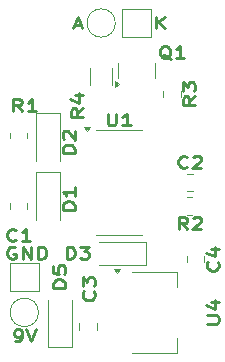
<source format=gbr>
%TF.GenerationSoftware,KiCad,Pcbnew,8.0.0*%
%TF.CreationDate,2024-05-26T00:16:25+03:00*%
%TF.ProjectId,pulsejen,70756c73-656a-4656-9e2e-6b696361645f,rev?*%
%TF.SameCoordinates,Original*%
%TF.FileFunction,Legend,Top*%
%TF.FilePolarity,Positive*%
%FSLAX46Y46*%
G04 Gerber Fmt 4.6, Leading zero omitted, Abs format (unit mm)*
G04 Created by KiCad (PCBNEW 8.0.0) date 2024-05-26 00:16:25*
%MOMM*%
%LPD*%
G01*
G04 APERTURE LIST*
%ADD10C,0.250000*%
%ADD11C,0.120000*%
G04 APERTURE END LIST*
D10*
X136949619Y-88708333D02*
X136473428Y-89124999D01*
X136949619Y-89422618D02*
X135949619Y-89422618D01*
X135949619Y-89422618D02*
X135949619Y-88946428D01*
X135949619Y-88946428D02*
X135997238Y-88827380D01*
X135997238Y-88827380D02*
X136044857Y-88767857D01*
X136044857Y-88767857D02*
X136140095Y-88708333D01*
X136140095Y-88708333D02*
X136282952Y-88708333D01*
X136282952Y-88708333D02*
X136378190Y-88767857D01*
X136378190Y-88767857D02*
X136425809Y-88827380D01*
X136425809Y-88827380D02*
X136473428Y-88946428D01*
X136473428Y-88946428D02*
X136473428Y-89422618D01*
X136282952Y-87636904D02*
X136949619Y-87636904D01*
X135902000Y-87934523D02*
X136616285Y-88232142D01*
X136616285Y-88232142D02*
X136616285Y-87458333D01*
X136202381Y-81663904D02*
X136797619Y-81663904D01*
X136083333Y-81949619D02*
X136500000Y-80949619D01*
X136500000Y-80949619D02*
X136916666Y-81949619D01*
X143172619Y-81949619D02*
X143172619Y-80949619D01*
X143886904Y-81949619D02*
X143351190Y-81378190D01*
X143886904Y-80949619D02*
X143172619Y-81521047D01*
X135449619Y-103922618D02*
X134449619Y-103922618D01*
X134449619Y-103922618D02*
X134449619Y-103624999D01*
X134449619Y-103624999D02*
X134497238Y-103446428D01*
X134497238Y-103446428D02*
X134592476Y-103327380D01*
X134592476Y-103327380D02*
X134687714Y-103267857D01*
X134687714Y-103267857D02*
X134878190Y-103208333D01*
X134878190Y-103208333D02*
X135021047Y-103208333D01*
X135021047Y-103208333D02*
X135211523Y-103267857D01*
X135211523Y-103267857D02*
X135306761Y-103327380D01*
X135306761Y-103327380D02*
X135402000Y-103446428D01*
X135402000Y-103446428D02*
X135449619Y-103624999D01*
X135449619Y-103624999D02*
X135449619Y-103922618D01*
X134449619Y-102077380D02*
X134449619Y-102672618D01*
X134449619Y-102672618D02*
X134925809Y-102732142D01*
X134925809Y-102732142D02*
X134878190Y-102672618D01*
X134878190Y-102672618D02*
X134830571Y-102553571D01*
X134830571Y-102553571D02*
X134830571Y-102255952D01*
X134830571Y-102255952D02*
X134878190Y-102136904D01*
X134878190Y-102136904D02*
X134925809Y-102077380D01*
X134925809Y-102077380D02*
X135021047Y-102017857D01*
X135021047Y-102017857D02*
X135259142Y-102017857D01*
X135259142Y-102017857D02*
X135354380Y-102077380D01*
X135354380Y-102077380D02*
X135402000Y-102136904D01*
X135402000Y-102136904D02*
X135449619Y-102255952D01*
X135449619Y-102255952D02*
X135449619Y-102553571D01*
X135449619Y-102553571D02*
X135402000Y-102672618D01*
X135402000Y-102672618D02*
X135354380Y-102732142D01*
X147449619Y-106952380D02*
X148259142Y-106952380D01*
X148259142Y-106952380D02*
X148354380Y-106892857D01*
X148354380Y-106892857D02*
X148402000Y-106833333D01*
X148402000Y-106833333D02*
X148449619Y-106714285D01*
X148449619Y-106714285D02*
X148449619Y-106476190D01*
X148449619Y-106476190D02*
X148402000Y-106357142D01*
X148402000Y-106357142D02*
X148354380Y-106297619D01*
X148354380Y-106297619D02*
X148259142Y-106238095D01*
X148259142Y-106238095D02*
X147449619Y-106238095D01*
X147782952Y-105107142D02*
X148449619Y-105107142D01*
X147402000Y-105404761D02*
X148116285Y-105702380D01*
X148116285Y-105702380D02*
X148116285Y-104928571D01*
X148354380Y-101708333D02*
X148402000Y-101767857D01*
X148402000Y-101767857D02*
X148449619Y-101946428D01*
X148449619Y-101946428D02*
X148449619Y-102065476D01*
X148449619Y-102065476D02*
X148402000Y-102244047D01*
X148402000Y-102244047D02*
X148306761Y-102363095D01*
X148306761Y-102363095D02*
X148211523Y-102422618D01*
X148211523Y-102422618D02*
X148021047Y-102482142D01*
X148021047Y-102482142D02*
X147878190Y-102482142D01*
X147878190Y-102482142D02*
X147687714Y-102422618D01*
X147687714Y-102422618D02*
X147592476Y-102363095D01*
X147592476Y-102363095D02*
X147497238Y-102244047D01*
X147497238Y-102244047D02*
X147449619Y-102065476D01*
X147449619Y-102065476D02*
X147449619Y-101946428D01*
X147449619Y-101946428D02*
X147497238Y-101767857D01*
X147497238Y-101767857D02*
X147544857Y-101708333D01*
X147782952Y-100636904D02*
X148449619Y-100636904D01*
X147402000Y-100934523D02*
X148116285Y-101232142D01*
X148116285Y-101232142D02*
X148116285Y-100458333D01*
X135577381Y-101449619D02*
X135577381Y-100449619D01*
X135577381Y-100449619D02*
X135875000Y-100449619D01*
X135875000Y-100449619D02*
X136053571Y-100497238D01*
X136053571Y-100497238D02*
X136172619Y-100592476D01*
X136172619Y-100592476D02*
X136232142Y-100687714D01*
X136232142Y-100687714D02*
X136291666Y-100878190D01*
X136291666Y-100878190D02*
X136291666Y-101021047D01*
X136291666Y-101021047D02*
X136232142Y-101211523D01*
X136232142Y-101211523D02*
X136172619Y-101306761D01*
X136172619Y-101306761D02*
X136053571Y-101402000D01*
X136053571Y-101402000D02*
X135875000Y-101449619D01*
X135875000Y-101449619D02*
X135577381Y-101449619D01*
X136708333Y-100449619D02*
X137482142Y-100449619D01*
X137482142Y-100449619D02*
X137065476Y-100830571D01*
X137065476Y-100830571D02*
X137244047Y-100830571D01*
X137244047Y-100830571D02*
X137363095Y-100878190D01*
X137363095Y-100878190D02*
X137422619Y-100925809D01*
X137422619Y-100925809D02*
X137482142Y-101021047D01*
X137482142Y-101021047D02*
X137482142Y-101259142D01*
X137482142Y-101259142D02*
X137422619Y-101354380D01*
X137422619Y-101354380D02*
X137363095Y-101402000D01*
X137363095Y-101402000D02*
X137244047Y-101449619D01*
X137244047Y-101449619D02*
X136886904Y-101449619D01*
X136886904Y-101449619D02*
X136767857Y-101402000D01*
X136767857Y-101402000D02*
X136708333Y-101354380D01*
X136249619Y-92522618D02*
X135249619Y-92522618D01*
X135249619Y-92522618D02*
X135249619Y-92224999D01*
X135249619Y-92224999D02*
X135297238Y-92046428D01*
X135297238Y-92046428D02*
X135392476Y-91927380D01*
X135392476Y-91927380D02*
X135487714Y-91867857D01*
X135487714Y-91867857D02*
X135678190Y-91808333D01*
X135678190Y-91808333D02*
X135821047Y-91808333D01*
X135821047Y-91808333D02*
X136011523Y-91867857D01*
X136011523Y-91867857D02*
X136106761Y-91927380D01*
X136106761Y-91927380D02*
X136202000Y-92046428D01*
X136202000Y-92046428D02*
X136249619Y-92224999D01*
X136249619Y-92224999D02*
X136249619Y-92522618D01*
X135344857Y-91332142D02*
X135297238Y-91272618D01*
X135297238Y-91272618D02*
X135249619Y-91153571D01*
X135249619Y-91153571D02*
X135249619Y-90855952D01*
X135249619Y-90855952D02*
X135297238Y-90736904D01*
X135297238Y-90736904D02*
X135344857Y-90677380D01*
X135344857Y-90677380D02*
X135440095Y-90617857D01*
X135440095Y-90617857D02*
X135535333Y-90617857D01*
X135535333Y-90617857D02*
X135678190Y-90677380D01*
X135678190Y-90677380D02*
X136249619Y-91391666D01*
X136249619Y-91391666D02*
X136249619Y-90617857D01*
X136249619Y-97322618D02*
X135249619Y-97322618D01*
X135249619Y-97322618D02*
X135249619Y-97024999D01*
X135249619Y-97024999D02*
X135297238Y-96846428D01*
X135297238Y-96846428D02*
X135392476Y-96727380D01*
X135392476Y-96727380D02*
X135487714Y-96667857D01*
X135487714Y-96667857D02*
X135678190Y-96608333D01*
X135678190Y-96608333D02*
X135821047Y-96608333D01*
X135821047Y-96608333D02*
X136011523Y-96667857D01*
X136011523Y-96667857D02*
X136106761Y-96727380D01*
X136106761Y-96727380D02*
X136202000Y-96846428D01*
X136202000Y-96846428D02*
X136249619Y-97024999D01*
X136249619Y-97024999D02*
X136249619Y-97322618D01*
X136249619Y-95417857D02*
X136249619Y-96132142D01*
X136249619Y-95774999D02*
X135249619Y-95774999D01*
X135249619Y-95774999D02*
X135392476Y-95894047D01*
X135392476Y-95894047D02*
X135487714Y-96013095D01*
X135487714Y-96013095D02*
X135535333Y-96132142D01*
X131226190Y-108449619D02*
X131464286Y-108449619D01*
X131464286Y-108449619D02*
X131583333Y-108402000D01*
X131583333Y-108402000D02*
X131642857Y-108354380D01*
X131642857Y-108354380D02*
X131761905Y-108211523D01*
X131761905Y-108211523D02*
X131821428Y-108021047D01*
X131821428Y-108021047D02*
X131821428Y-107640095D01*
X131821428Y-107640095D02*
X131761905Y-107544857D01*
X131761905Y-107544857D02*
X131702381Y-107497238D01*
X131702381Y-107497238D02*
X131583333Y-107449619D01*
X131583333Y-107449619D02*
X131345238Y-107449619D01*
X131345238Y-107449619D02*
X131226190Y-107497238D01*
X131226190Y-107497238D02*
X131166667Y-107544857D01*
X131166667Y-107544857D02*
X131107143Y-107640095D01*
X131107143Y-107640095D02*
X131107143Y-107878190D01*
X131107143Y-107878190D02*
X131166667Y-107973428D01*
X131166667Y-107973428D02*
X131226190Y-108021047D01*
X131226190Y-108021047D02*
X131345238Y-108068666D01*
X131345238Y-108068666D02*
X131583333Y-108068666D01*
X131583333Y-108068666D02*
X131702381Y-108021047D01*
X131702381Y-108021047D02*
X131761905Y-107973428D01*
X131761905Y-107973428D02*
X131821428Y-107878190D01*
X132178571Y-107449619D02*
X132595238Y-108449619D01*
X132595238Y-108449619D02*
X133011904Y-107449619D01*
X131247618Y-100497238D02*
X131128571Y-100449619D01*
X131128571Y-100449619D02*
X130949999Y-100449619D01*
X130949999Y-100449619D02*
X130771428Y-100497238D01*
X130771428Y-100497238D02*
X130652380Y-100592476D01*
X130652380Y-100592476D02*
X130592857Y-100687714D01*
X130592857Y-100687714D02*
X130533333Y-100878190D01*
X130533333Y-100878190D02*
X130533333Y-101021047D01*
X130533333Y-101021047D02*
X130592857Y-101211523D01*
X130592857Y-101211523D02*
X130652380Y-101306761D01*
X130652380Y-101306761D02*
X130771428Y-101402000D01*
X130771428Y-101402000D02*
X130949999Y-101449619D01*
X130949999Y-101449619D02*
X131069047Y-101449619D01*
X131069047Y-101449619D02*
X131247618Y-101402000D01*
X131247618Y-101402000D02*
X131307142Y-101354380D01*
X131307142Y-101354380D02*
X131307142Y-101021047D01*
X131307142Y-101021047D02*
X131069047Y-101021047D01*
X131842857Y-101449619D02*
X131842857Y-100449619D01*
X131842857Y-100449619D02*
X132557142Y-101449619D01*
X132557142Y-101449619D02*
X132557142Y-100449619D01*
X133152381Y-101449619D02*
X133152381Y-100449619D01*
X133152381Y-100449619D02*
X133450000Y-100449619D01*
X133450000Y-100449619D02*
X133628571Y-100497238D01*
X133628571Y-100497238D02*
X133747619Y-100592476D01*
X133747619Y-100592476D02*
X133807142Y-100687714D01*
X133807142Y-100687714D02*
X133866666Y-100878190D01*
X133866666Y-100878190D02*
X133866666Y-101021047D01*
X133866666Y-101021047D02*
X133807142Y-101211523D01*
X133807142Y-101211523D02*
X133747619Y-101306761D01*
X133747619Y-101306761D02*
X133628571Y-101402000D01*
X133628571Y-101402000D02*
X133450000Y-101449619D01*
X133450000Y-101449619D02*
X133152381Y-101449619D01*
X146449619Y-87708333D02*
X145973428Y-88124999D01*
X146449619Y-88422618D02*
X145449619Y-88422618D01*
X145449619Y-88422618D02*
X145449619Y-87946428D01*
X145449619Y-87946428D02*
X145497238Y-87827380D01*
X145497238Y-87827380D02*
X145544857Y-87767857D01*
X145544857Y-87767857D02*
X145640095Y-87708333D01*
X145640095Y-87708333D02*
X145782952Y-87708333D01*
X145782952Y-87708333D02*
X145878190Y-87767857D01*
X145878190Y-87767857D02*
X145925809Y-87827380D01*
X145925809Y-87827380D02*
X145973428Y-87946428D01*
X145973428Y-87946428D02*
X145973428Y-88422618D01*
X145449619Y-87291666D02*
X145449619Y-86517857D01*
X145449619Y-86517857D02*
X145830571Y-86934523D01*
X145830571Y-86934523D02*
X145830571Y-86755952D01*
X145830571Y-86755952D02*
X145878190Y-86636904D01*
X145878190Y-86636904D02*
X145925809Y-86577380D01*
X145925809Y-86577380D02*
X146021047Y-86517857D01*
X146021047Y-86517857D02*
X146259142Y-86517857D01*
X146259142Y-86517857D02*
X146354380Y-86577380D01*
X146354380Y-86577380D02*
X146402000Y-86636904D01*
X146402000Y-86636904D02*
X146449619Y-86755952D01*
X146449619Y-86755952D02*
X146449619Y-87113095D01*
X146449619Y-87113095D02*
X146402000Y-87232142D01*
X146402000Y-87232142D02*
X146354380Y-87291666D01*
X145791666Y-98949619D02*
X145375000Y-98473428D01*
X145077381Y-98949619D02*
X145077381Y-97949619D01*
X145077381Y-97949619D02*
X145553571Y-97949619D01*
X145553571Y-97949619D02*
X145672619Y-97997238D01*
X145672619Y-97997238D02*
X145732142Y-98044857D01*
X145732142Y-98044857D02*
X145791666Y-98140095D01*
X145791666Y-98140095D02*
X145791666Y-98282952D01*
X145791666Y-98282952D02*
X145732142Y-98378190D01*
X145732142Y-98378190D02*
X145672619Y-98425809D01*
X145672619Y-98425809D02*
X145553571Y-98473428D01*
X145553571Y-98473428D02*
X145077381Y-98473428D01*
X146267857Y-98044857D02*
X146327381Y-97997238D01*
X146327381Y-97997238D02*
X146446428Y-97949619D01*
X146446428Y-97949619D02*
X146744047Y-97949619D01*
X146744047Y-97949619D02*
X146863095Y-97997238D01*
X146863095Y-97997238D02*
X146922619Y-98044857D01*
X146922619Y-98044857D02*
X146982142Y-98140095D01*
X146982142Y-98140095D02*
X146982142Y-98235333D01*
X146982142Y-98235333D02*
X146922619Y-98378190D01*
X146922619Y-98378190D02*
X146208333Y-98949619D01*
X146208333Y-98949619D02*
X146982142Y-98949619D01*
X131791666Y-88949619D02*
X131375000Y-88473428D01*
X131077381Y-88949619D02*
X131077381Y-87949619D01*
X131077381Y-87949619D02*
X131553571Y-87949619D01*
X131553571Y-87949619D02*
X131672619Y-87997238D01*
X131672619Y-87997238D02*
X131732142Y-88044857D01*
X131732142Y-88044857D02*
X131791666Y-88140095D01*
X131791666Y-88140095D02*
X131791666Y-88282952D01*
X131791666Y-88282952D02*
X131732142Y-88378190D01*
X131732142Y-88378190D02*
X131672619Y-88425809D01*
X131672619Y-88425809D02*
X131553571Y-88473428D01*
X131553571Y-88473428D02*
X131077381Y-88473428D01*
X132982142Y-88949619D02*
X132267857Y-88949619D01*
X132625000Y-88949619D02*
X132625000Y-87949619D01*
X132625000Y-87949619D02*
X132505952Y-88092476D01*
X132505952Y-88092476D02*
X132386904Y-88187714D01*
X132386904Y-88187714D02*
X132267857Y-88235333D01*
X137854380Y-104208333D02*
X137902000Y-104267857D01*
X137902000Y-104267857D02*
X137949619Y-104446428D01*
X137949619Y-104446428D02*
X137949619Y-104565476D01*
X137949619Y-104565476D02*
X137902000Y-104744047D01*
X137902000Y-104744047D02*
X137806761Y-104863095D01*
X137806761Y-104863095D02*
X137711523Y-104922618D01*
X137711523Y-104922618D02*
X137521047Y-104982142D01*
X137521047Y-104982142D02*
X137378190Y-104982142D01*
X137378190Y-104982142D02*
X137187714Y-104922618D01*
X137187714Y-104922618D02*
X137092476Y-104863095D01*
X137092476Y-104863095D02*
X136997238Y-104744047D01*
X136997238Y-104744047D02*
X136949619Y-104565476D01*
X136949619Y-104565476D02*
X136949619Y-104446428D01*
X136949619Y-104446428D02*
X136997238Y-104267857D01*
X136997238Y-104267857D02*
X137044857Y-104208333D01*
X136949619Y-103791666D02*
X136949619Y-103017857D01*
X136949619Y-103017857D02*
X137330571Y-103434523D01*
X137330571Y-103434523D02*
X137330571Y-103255952D01*
X137330571Y-103255952D02*
X137378190Y-103136904D01*
X137378190Y-103136904D02*
X137425809Y-103077380D01*
X137425809Y-103077380D02*
X137521047Y-103017857D01*
X137521047Y-103017857D02*
X137759142Y-103017857D01*
X137759142Y-103017857D02*
X137854380Y-103077380D01*
X137854380Y-103077380D02*
X137902000Y-103136904D01*
X137902000Y-103136904D02*
X137949619Y-103255952D01*
X137949619Y-103255952D02*
X137949619Y-103613095D01*
X137949619Y-103613095D02*
X137902000Y-103732142D01*
X137902000Y-103732142D02*
X137854380Y-103791666D01*
X145791666Y-93674380D02*
X145732142Y-93722000D01*
X145732142Y-93722000D02*
X145553571Y-93769619D01*
X145553571Y-93769619D02*
X145434523Y-93769619D01*
X145434523Y-93769619D02*
X145255952Y-93722000D01*
X145255952Y-93722000D02*
X145136904Y-93626761D01*
X145136904Y-93626761D02*
X145077381Y-93531523D01*
X145077381Y-93531523D02*
X145017857Y-93341047D01*
X145017857Y-93341047D02*
X145017857Y-93198190D01*
X145017857Y-93198190D02*
X145077381Y-93007714D01*
X145077381Y-93007714D02*
X145136904Y-92912476D01*
X145136904Y-92912476D02*
X145255952Y-92817238D01*
X145255952Y-92817238D02*
X145434523Y-92769619D01*
X145434523Y-92769619D02*
X145553571Y-92769619D01*
X145553571Y-92769619D02*
X145732142Y-92817238D01*
X145732142Y-92817238D02*
X145791666Y-92864857D01*
X146267857Y-92864857D02*
X146327381Y-92817238D01*
X146327381Y-92817238D02*
X146446428Y-92769619D01*
X146446428Y-92769619D02*
X146744047Y-92769619D01*
X146744047Y-92769619D02*
X146863095Y-92817238D01*
X146863095Y-92817238D02*
X146922619Y-92864857D01*
X146922619Y-92864857D02*
X146982142Y-92960095D01*
X146982142Y-92960095D02*
X146982142Y-93055333D01*
X146982142Y-93055333D02*
X146922619Y-93198190D01*
X146922619Y-93198190D02*
X146208333Y-93769619D01*
X146208333Y-93769619D02*
X146982142Y-93769619D01*
X131291666Y-99854380D02*
X131232142Y-99902000D01*
X131232142Y-99902000D02*
X131053571Y-99949619D01*
X131053571Y-99949619D02*
X130934523Y-99949619D01*
X130934523Y-99949619D02*
X130755952Y-99902000D01*
X130755952Y-99902000D02*
X130636904Y-99806761D01*
X130636904Y-99806761D02*
X130577381Y-99711523D01*
X130577381Y-99711523D02*
X130517857Y-99521047D01*
X130517857Y-99521047D02*
X130517857Y-99378190D01*
X130517857Y-99378190D02*
X130577381Y-99187714D01*
X130577381Y-99187714D02*
X130636904Y-99092476D01*
X130636904Y-99092476D02*
X130755952Y-98997238D01*
X130755952Y-98997238D02*
X130934523Y-98949619D01*
X130934523Y-98949619D02*
X131053571Y-98949619D01*
X131053571Y-98949619D02*
X131232142Y-98997238D01*
X131232142Y-98997238D02*
X131291666Y-99044857D01*
X132482142Y-99949619D02*
X131767857Y-99949619D01*
X132125000Y-99949619D02*
X132125000Y-98949619D01*
X132125000Y-98949619D02*
X132005952Y-99092476D01*
X132005952Y-99092476D02*
X131886904Y-99187714D01*
X131886904Y-99187714D02*
X131767857Y-99235333D01*
X139047619Y-89169619D02*
X139047619Y-89979142D01*
X139047619Y-89979142D02*
X139107142Y-90074380D01*
X139107142Y-90074380D02*
X139166666Y-90122000D01*
X139166666Y-90122000D02*
X139285714Y-90169619D01*
X139285714Y-90169619D02*
X139523809Y-90169619D01*
X139523809Y-90169619D02*
X139642857Y-90122000D01*
X139642857Y-90122000D02*
X139702380Y-90074380D01*
X139702380Y-90074380D02*
X139761904Y-89979142D01*
X139761904Y-89979142D02*
X139761904Y-89169619D01*
X141011904Y-90169619D02*
X140297619Y-90169619D01*
X140654762Y-90169619D02*
X140654762Y-89169619D01*
X140654762Y-89169619D02*
X140535714Y-89312476D01*
X140535714Y-89312476D02*
X140416666Y-89407714D01*
X140416666Y-89407714D02*
X140297619Y-89455333D01*
X144380952Y-84544857D02*
X144261904Y-84497238D01*
X144261904Y-84497238D02*
X144142857Y-84402000D01*
X144142857Y-84402000D02*
X143964285Y-84259142D01*
X143964285Y-84259142D02*
X143845238Y-84211523D01*
X143845238Y-84211523D02*
X143726190Y-84211523D01*
X143785714Y-84449619D02*
X143666666Y-84402000D01*
X143666666Y-84402000D02*
X143547619Y-84306761D01*
X143547619Y-84306761D02*
X143488095Y-84116285D01*
X143488095Y-84116285D02*
X143488095Y-83782952D01*
X143488095Y-83782952D02*
X143547619Y-83592476D01*
X143547619Y-83592476D02*
X143666666Y-83497238D01*
X143666666Y-83497238D02*
X143785714Y-83449619D01*
X143785714Y-83449619D02*
X144023809Y-83449619D01*
X144023809Y-83449619D02*
X144142857Y-83497238D01*
X144142857Y-83497238D02*
X144261904Y-83592476D01*
X144261904Y-83592476D02*
X144321428Y-83782952D01*
X144321428Y-83782952D02*
X144321428Y-84116285D01*
X144321428Y-84116285D02*
X144261904Y-84306761D01*
X144261904Y-84306761D02*
X144142857Y-84402000D01*
X144142857Y-84402000D02*
X144023809Y-84449619D01*
X144023809Y-84449619D02*
X143785714Y-84449619D01*
X145511904Y-84449619D02*
X144797619Y-84449619D01*
X145154762Y-84449619D02*
X145154762Y-83449619D01*
X145154762Y-83449619D02*
X145035714Y-83592476D01*
X145035714Y-83592476D02*
X144916666Y-83687714D01*
X144916666Y-83687714D02*
X144797619Y-83735333D01*
D11*
%TO.C,R4*%
X139410000Y-86727064D02*
X139410000Y-85272936D01*
X137590000Y-86727064D02*
X137590000Y-85272936D01*
%TO.C,J4*%
X139700000Y-81500000D02*
G75*
G02*
X137300000Y-81500000I-1200000J0D01*
G01*
X137300000Y-81500000D02*
G75*
G02*
X139700000Y-81500000I1200000J0D01*
G01*
%TO.C,J3*%
X140300000Y-80300000D02*
X142700000Y-80300000D01*
X140300000Y-82700000D02*
X140300000Y-80300000D01*
X142700000Y-80300000D02*
X142700000Y-82700000D01*
X142700000Y-82700000D02*
X140300000Y-82700000D01*
%TO.C,D5*%
X134000000Y-108960000D02*
X136000000Y-108960000D01*
X134000000Y-108960000D02*
X134000000Y-104950000D01*
X136000000Y-108960000D02*
X136000000Y-104950000D01*
%TO.C,U4*%
X139870000Y-102690000D02*
X139630000Y-102360000D01*
X140110000Y-102360000D01*
X139870000Y-102690000D01*
G36*
X139870000Y-102690000D02*
G01*
X139630000Y-102360000D01*
X140110000Y-102360000D01*
X139870000Y-102690000D01*
G37*
X144910000Y-109410000D02*
X144910000Y-108150000D01*
X144910000Y-102590000D02*
X144910000Y-103850000D01*
X141150000Y-109410000D02*
X144910000Y-109410000D01*
X141150000Y-102590000D02*
X144910000Y-102590000D01*
%TO.C,C4*%
X145765000Y-101761252D02*
X145765000Y-101238748D01*
X147235000Y-101761252D02*
X147235000Y-101238748D01*
%TO.C,D3*%
X142315000Y-102000000D02*
X142315000Y-100000000D01*
X142315000Y-102000000D02*
X138305000Y-102000000D01*
X142315000Y-100000000D02*
X138305000Y-100000000D01*
%TO.C,D2*%
X135000000Y-89140000D02*
X133000000Y-89140000D01*
X135000000Y-89140000D02*
X135000000Y-93150000D01*
X133000000Y-89140000D02*
X133000000Y-93150000D01*
%TO.C,D1*%
X134977500Y-94140000D02*
X132977500Y-94140000D01*
X134977500Y-94140000D02*
X134977500Y-98150000D01*
X132977500Y-94140000D02*
X132977500Y-98150000D01*
%TO.C,J2*%
X133200000Y-106000000D02*
G75*
G02*
X130800000Y-106000000I-1200000J0D01*
G01*
X130800000Y-106000000D02*
G75*
G02*
X133200000Y-106000000I1200000J0D01*
G01*
%TO.C,J1*%
X130800000Y-101800000D02*
X133200000Y-101800000D01*
X130800000Y-104200000D02*
X130800000Y-101800000D01*
X133200000Y-101800000D02*
X133200000Y-104200000D01*
X133200000Y-104200000D02*
X130800000Y-104200000D01*
%TO.C,R3*%
X143765000Y-87727064D02*
X143765000Y-87272936D01*
X145235000Y-87727064D02*
X145235000Y-87272936D01*
%TO.C,R2*%
X145772936Y-96265000D02*
X146227064Y-96265000D01*
X145772936Y-97735000D02*
X146227064Y-97735000D01*
%TO.C,R1*%
X132235000Y-90772936D02*
X132235000Y-91227064D01*
X130765000Y-90772936D02*
X130765000Y-91227064D01*
%TO.C,C3*%
X136665000Y-107461252D02*
X136665000Y-106938748D01*
X138135000Y-107461252D02*
X138135000Y-106938748D01*
%TO.C,C2*%
X145738748Y-94265000D02*
X146261252Y-94265000D01*
X145738748Y-95735000D02*
X146261252Y-95735000D01*
%TO.C,C1*%
X130765000Y-97261252D02*
X130765000Y-96738748D01*
X132235000Y-97261252D02*
X132235000Y-96738748D01*
%TO.C,U1*%
X137300000Y-90630000D02*
X137060000Y-90300000D01*
X137540000Y-90300000D01*
X137300000Y-90630000D01*
G36*
X137300000Y-90630000D02*
G01*
X137060000Y-90300000D01*
X137540000Y-90300000D01*
X137300000Y-90630000D01*
G37*
X140000000Y-99435000D02*
X141950000Y-99435000D01*
X140000000Y-99435000D02*
X138050000Y-99435000D01*
X140000000Y-90565000D02*
X141950000Y-90565000D01*
X140000000Y-90565000D02*
X138050000Y-90565000D01*
%TO.C,Q1*%
X139940000Y-85500000D02*
X139940000Y-86150000D01*
X139940000Y-85500000D02*
X139940000Y-84850000D01*
X143060000Y-85500000D02*
X143060000Y-86150000D01*
X143060000Y-85500000D02*
X143060000Y-84850000D01*
X139990000Y-86662500D02*
X139660000Y-86902500D01*
X139660000Y-86422500D01*
X139990000Y-86662500D01*
G36*
X139990000Y-86662500D02*
G01*
X139660000Y-86902500D01*
X139660000Y-86422500D01*
X139990000Y-86662500D01*
G37*
%TD*%
M02*

</source>
